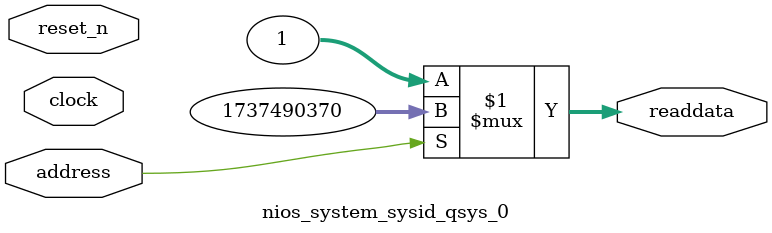
<source format=v>



// synthesis translate_off
`timescale 1ns / 1ps
// synthesis translate_on

// turn off superfluous verilog processor warnings 
// altera message_level Level1 
// altera message_off 10034 10035 10036 10037 10230 10240 10030 

module nios_system_sysid_qsys_0 (
               // inputs:
                address,
                clock,
                reset_n,

               // outputs:
                readdata
             )
;

  output  [ 31: 0] readdata;
  input            address;
  input            clock;
  input            reset_n;

  wire    [ 31: 0] readdata;
  //control_slave, which is an e_avalon_slave
  assign readdata = address ? 1737490370 : 1;

endmodule



</source>
